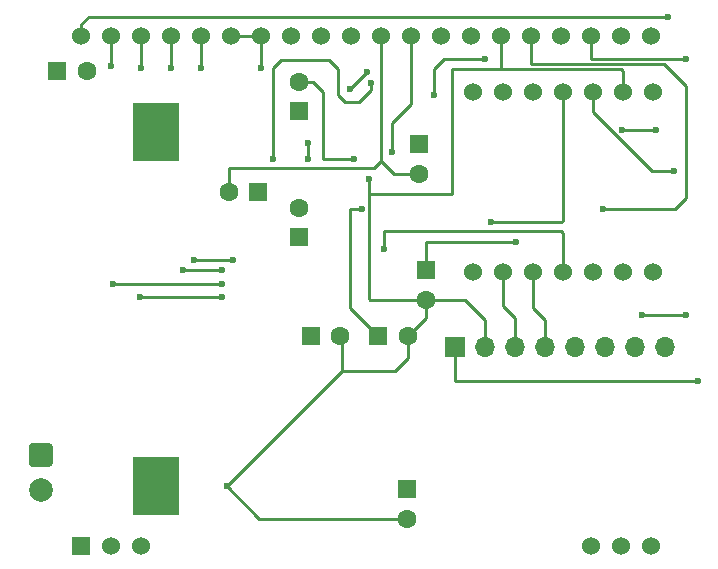
<source format=gbr>
G04 #@! TF.GenerationSoftware,KiCad,Pcbnew,(5.1.9-0-10_14)*
G04 #@! TF.CreationDate,2022-07-17T12:53:42+02:00*
G04 #@! TF.ProjectId,sandsim,73616e64-7369-46d2-9e6b-696361645f70,rev?*
G04 #@! TF.SameCoordinates,Original*
G04 #@! TF.FileFunction,Copper,L2,Bot*
G04 #@! TF.FilePolarity,Positive*
%FSLAX46Y46*%
G04 Gerber Fmt 4.6, Leading zero omitted, Abs format (unit mm)*
G04 Created by KiCad (PCBNEW (5.1.9-0-10_14)) date 2022-07-17 12:53:42*
%MOMM*%
%LPD*%
G01*
G04 APERTURE LIST*
G04 #@! TA.AperFunction,ComponentPad*
%ADD10C,2.000000*%
G04 #@! TD*
G04 #@! TA.AperFunction,ComponentPad*
%ADD11C,1.600000*%
G04 #@! TD*
G04 #@! TA.AperFunction,ComponentPad*
%ADD12R,1.600000X1.600000*%
G04 #@! TD*
G04 #@! TA.AperFunction,ComponentPad*
%ADD13C,1.524000*%
G04 #@! TD*
G04 #@! TA.AperFunction,ComponentPad*
%ADD14O,1.700000X1.700000*%
G04 #@! TD*
G04 #@! TA.AperFunction,ComponentPad*
%ADD15R,1.700000X1.700000*%
G04 #@! TD*
G04 #@! TA.AperFunction,ComponentPad*
%ADD16R,1.524000X1.524000*%
G04 #@! TD*
G04 #@! TA.AperFunction,ComponentPad*
%ADD17R,4.000000X5.000000*%
G04 #@! TD*
G04 #@! TA.AperFunction,ViaPad*
%ADD18C,0.600000*%
G04 #@! TD*
G04 #@! TA.AperFunction,Conductor*
%ADD19C,0.250000*%
G04 #@! TD*
G04 APERTURE END LIST*
D10*
G04 #@! TO.P,SW1,2*
G04 #@! TO.N,Net-(SW1-Pad2)*
X52451000Y-91957000D03*
G04 #@! TO.P,SW1,1*
G04 #@! TO.N,Net-(BT1-Pad1)*
G04 #@! TA.AperFunction,ComponentPad*
G36*
G01*
X51701000Y-88027000D02*
X53201000Y-88027000D01*
G75*
G02*
X53451000Y-88277000I0J-250000D01*
G01*
X53451000Y-89777000D01*
G75*
G02*
X53201000Y-90027000I-250000J0D01*
G01*
X51701000Y-90027000D01*
G75*
G02*
X51451000Y-89777000I0J250000D01*
G01*
X51451000Y-88277000D01*
G75*
G02*
X51701000Y-88027000I250000J0D01*
G01*
G37*
G04 #@! TD.AperFunction*
G04 #@! TD*
D11*
G04 #@! TO.P,C9,2*
G04 #@! TO.N,Net-(C9-Pad2)*
X74295000Y-68112000D03*
D12*
G04 #@! TO.P,C9,1*
G04 #@! TO.N,Net-(C9-Pad1)*
X74295000Y-70612000D03*
G04 #@! TD*
D11*
G04 #@! TO.P,C8,2*
G04 #@! TO.N,Net-(C7-Pad2)*
X68366000Y-66802000D03*
D12*
G04 #@! TO.P,C8,1*
G04 #@! TO.N,Net-(C8-Pad1)*
X70866000Y-66802000D03*
G04 #@! TD*
D11*
G04 #@! TO.P,C7,2*
G04 #@! TO.N,Net-(C7-Pad2)*
X84455000Y-65238000D03*
D12*
G04 #@! TO.P,C7,1*
G04 #@! TO.N,Net-(C7-Pad1)*
X84455000Y-62738000D03*
G04 #@! TD*
D11*
G04 #@! TO.P,C6,2*
G04 #@! TO.N,Net-(BT1-Pad2)*
X83439000Y-94448000D03*
D12*
G04 #@! TO.P,C6,1*
G04 #@! TO.N,Net-(C6-Pad1)*
X83439000Y-91948000D03*
G04 #@! TD*
D11*
G04 #@! TO.P,C5,2*
G04 #@! TO.N,Net-(BT1-Pad2)*
X56348000Y-56515000D03*
D12*
G04 #@! TO.P,C5,1*
G04 #@! TO.N,Net-(C5-Pad1)*
X53848000Y-56515000D03*
G04 #@! TD*
D11*
G04 #@! TO.P,C4,2*
G04 #@! TO.N,Net-(BT1-Pad2)*
X77811000Y-78994000D03*
D12*
G04 #@! TO.P,C4,1*
G04 #@! TO.N,Net-(C4-Pad1)*
X75311000Y-78994000D03*
G04 #@! TD*
D11*
G04 #@! TO.P,C3,2*
G04 #@! TO.N,Net-(BT1-Pad2)*
X83526000Y-78994000D03*
D12*
G04 #@! TO.P,C3,1*
G04 #@! TO.N,Net-(C3-Pad1)*
X81026000Y-78994000D03*
G04 #@! TD*
D11*
G04 #@! TO.P,C2,2*
G04 #@! TO.N,Net-(BT1-Pad2)*
X85090000Y-75906000D03*
D12*
G04 #@! TO.P,C2,1*
G04 #@! TO.N,Net-(C2-Pad1)*
X85090000Y-73406000D03*
G04 #@! TD*
D11*
G04 #@! TO.P,C1,2*
G04 #@! TO.N,Net-(BT1-Pad2)*
X74295000Y-57444000D03*
D12*
G04 #@! TO.P,C1,1*
G04 #@! TO.N,Net-(C1-Pad1)*
X74295000Y-59944000D03*
G04 #@! TD*
D13*
G04 #@! TO.P,U1,1*
G04 #@! TO.N,Net-(U1-Pad1)*
X104267000Y-73533000D03*
G04 #@! TO.P,U1,2*
G04 #@! TO.N,Net-(U1-Pad2)*
X101727000Y-73533000D03*
G04 #@! TO.P,U1,3*
G04 #@! TO.N,Net-(U1-Pad3)*
X99187000Y-73533000D03*
G04 #@! TO.P,U1,4*
G04 #@! TO.N,Net-(U1-Pad4)*
X96647000Y-73533000D03*
G04 #@! TO.P,U1,5*
G04 #@! TO.N,Net-(U1-Pad5)*
X94107000Y-73533000D03*
G04 #@! TO.P,U1,6*
G04 #@! TO.N,Net-(U1-Pad6)*
X91567000Y-73533000D03*
G04 #@! TO.P,U1,7*
G04 #@! TO.N,Net-(U1-Pad7)*
X89027000Y-73533000D03*
G04 #@! TO.P,U1,8*
G04 #@! TO.N,Net-(U1-Pad8)*
X89027000Y-58293000D03*
G04 #@! TO.P,U1,9*
G04 #@! TO.N,Net-(U1-Pad9)*
X91567000Y-58293000D03*
G04 #@! TO.P,U1,10*
G04 #@! TO.N,Net-(U1-Pad10)*
X94107000Y-58293000D03*
G04 #@! TO.P,U1,11*
G04 #@! TO.N,Net-(U1-Pad11)*
X96647000Y-58293000D03*
G04 #@! TO.P,U1,12*
G04 #@! TO.N,Net-(SW1-Pad2)*
X99187000Y-58293000D03*
G04 #@! TO.P,U1,13*
G04 #@! TO.N,Net-(BT1-Pad2)*
X101727000Y-58293000D03*
G04 #@! TO.P,U1,14*
G04 #@! TO.N,Net-(U1-Pad14)*
X104267000Y-58293000D03*
G04 #@! TD*
D14*
G04 #@! TO.P,U3,8*
G04 #@! TO.N,Net-(U3-Pad8)*
X105283000Y-79883000D03*
G04 #@! TO.P,U3,7*
G04 #@! TO.N,Net-(U3-Pad7)*
X102743000Y-79883000D03*
G04 #@! TO.P,U3,6*
G04 #@! TO.N,Net-(U3-Pad6)*
X100203000Y-79883000D03*
G04 #@! TO.P,U3,5*
G04 #@! TO.N,Net-(U3-Pad5)*
X97663000Y-79883000D03*
G04 #@! TO.P,U3,4*
G04 #@! TO.N,Net-(U1-Pad5)*
X95123000Y-79883000D03*
G04 #@! TO.P,U3,3*
G04 #@! TO.N,Net-(U1-Pad6)*
X92583000Y-79883000D03*
G04 #@! TO.P,U3,2*
G04 #@! TO.N,Net-(BT1-Pad2)*
X90043000Y-79883000D03*
D15*
G04 #@! TO.P,U3,1*
G04 #@! TO.N,Net-(SW1-Pad2)*
X87503000Y-79883000D03*
G04 #@! TD*
D13*
G04 #@! TO.P,U2,40*
G04 #@! TO.N,Net-(U1-Pad2)*
X55880000Y-53594000D03*
G04 #@! TO.P,U2,39*
G04 #@! TO.N,Net-(U1-Pad4)*
X58420000Y-53594000D03*
G04 #@! TO.P,U2,38*
G04 #@! TO.N,Net-(U1-Pad3)*
X60960000Y-53594000D03*
G04 #@! TO.P,U2,37*
G04 #@! TO.N,Net-(U1-Pad9)*
X63500000Y-53594000D03*
G04 #@! TO.P,U2,36*
G04 #@! TO.N,Net-(U1-Pad11)*
X66040000Y-53594000D03*
G04 #@! TO.P,U2,35*
G04 #@! TO.N,Net-(SW1-Pad2)*
X68580000Y-53594000D03*
G04 #@! TO.P,U2,34*
X71120000Y-53594000D03*
G04 #@! TO.P,U2,33*
G04 #@! TO.N,Net-(BT1-Pad2)*
X73660000Y-53594000D03*
G04 #@! TO.P,U2,32*
G04 #@! TO.N,Net-(C1-Pad1)*
X76200000Y-53594000D03*
G04 #@! TO.P,U2,31*
G04 #@! TO.N,Net-(C7-Pad1)*
X78740000Y-53594000D03*
G04 #@! TO.P,U2,30*
G04 #@! TO.N,Net-(C7-Pad2)*
X81280000Y-53594000D03*
G04 #@! TO.P,U2,29*
G04 #@! TO.N,Net-(C8-Pad1)*
X83820000Y-53594000D03*
G04 #@! TO.P,U2,28*
G04 #@! TO.N,Net-(C9-Pad1)*
X86360000Y-53594000D03*
G04 #@! TO.P,U2,27*
G04 #@! TO.N,Net-(C9-Pad2)*
X88900000Y-53594000D03*
G04 #@! TO.P,U2,26*
G04 #@! TO.N,Net-(BT1-Pad2)*
X91440000Y-53594000D03*
G04 #@! TO.P,U2,25*
G04 #@! TO.N,Net-(C2-Pad1)*
X93980000Y-53594000D03*
G04 #@! TO.P,U2,24*
G04 #@! TO.N,Net-(C3-Pad1)*
X96520000Y-53594000D03*
G04 #@! TO.P,U2,23*
G04 #@! TO.N,Net-(C4-Pad1)*
X99060000Y-53594000D03*
G04 #@! TO.P,U2,22*
G04 #@! TO.N,Net-(C5-Pad1)*
X101600000Y-53594000D03*
G04 #@! TO.P,U2,21*
G04 #@! TO.N,Net-(C6-Pad1)*
X104140000Y-53594000D03*
G04 #@! TO.P,U2,20*
G04 #@! TO.N,N/C*
X104140000Y-96774000D03*
G04 #@! TO.P,U2,19*
X101600000Y-96774000D03*
G04 #@! TO.P,U2,18*
X99060000Y-96774000D03*
G04 #@! TO.P,U2,3*
X60960000Y-96774000D03*
G04 #@! TO.P,U2,2*
X58420000Y-96774000D03*
D16*
G04 #@! TO.P,U2,1*
X55880000Y-96774000D03*
G04 #@! TD*
D17*
G04 #@! TO.P,BT1,1*
G04 #@! TO.N,Net-(BT1-Pad1)*
X62230000Y-61694000D03*
G04 #@! TO.P,BT1,2*
G04 #@! TO.N,Net-(BT1-Pad2)*
X62230000Y-91694000D03*
G04 #@! TD*
D18*
G04 #@! TO.N,Net-(BT1-Pad2)*
X68199000Y-91694000D03*
X80264000Y-65659000D03*
X78994000Y-64008000D03*
G04 #@! TO.N,Net-(C2-Pad1)*
X92710000Y-70993000D03*
X100076000Y-68199000D03*
G04 #@! TO.N,Net-(C3-Pad1)*
X79629000Y-68199000D03*
X85725000Y-58547000D03*
X90043000Y-55499000D03*
G04 #@! TO.N,Net-(C4-Pad1)*
X107049980Y-55487980D03*
X107061000Y-77216000D03*
X103378000Y-77216000D03*
G04 #@! TO.N,Net-(C8-Pad1)*
X82169000Y-63373000D03*
G04 #@! TO.N,Net-(C9-Pad2)*
X80391000Y-57531000D03*
X72136000Y-64008000D03*
G04 #@! TO.N,Net-(C9-Pad1)*
X75057000Y-64008000D03*
X75057000Y-62611000D03*
X80073500Y-56578500D03*
X78613000Y-58039000D03*
G04 #@! TO.N,Net-(SW1-Pad2)*
X71120000Y-56261000D03*
X106045000Y-65024000D03*
X108077000Y-82804000D03*
G04 #@! TO.N,Net-(U1-Pad2)*
X101663500Y-61531500D03*
X104584500Y-61531500D03*
X105537000Y-51943000D03*
G04 #@! TO.N,Net-(U1-Pad3)*
X60960000Y-56261000D03*
X67818000Y-75692000D03*
X60833000Y-75692000D03*
G04 #@! TO.N,Net-(U1-Pad4)*
X58420000Y-56134000D03*
X81534000Y-71628000D03*
X67818000Y-74549000D03*
X58547000Y-74549000D03*
G04 #@! TO.N,Net-(U1-Pad9)*
X63500000Y-56261000D03*
X64516000Y-73406000D03*
X67818000Y-73406000D03*
G04 #@! TO.N,Net-(U1-Pad11)*
X66040000Y-56261000D03*
X65405000Y-72517000D03*
X68707000Y-72517000D03*
X90551000Y-69342000D03*
G04 #@! TD*
D19*
G04 #@! TO.N,Net-(BT1-Pad2)*
X68199000Y-91694000D02*
X77978000Y-81915000D01*
X77978000Y-79161000D02*
X77811000Y-78994000D01*
X77978000Y-81915000D02*
X77978000Y-79161000D01*
X70953000Y-94448000D02*
X68199000Y-91694000D01*
X83439000Y-94448000D02*
X70953000Y-94448000D01*
X77978000Y-81915000D02*
X82423000Y-81915000D01*
X83526000Y-80812000D02*
X83526000Y-78994000D01*
X82423000Y-81915000D02*
X83526000Y-80812000D01*
X83526000Y-78994000D02*
X85090000Y-77430000D01*
X85090000Y-77430000D02*
X85090000Y-75906000D01*
X90043000Y-79883000D02*
X90043000Y-77597000D01*
X88352000Y-75906000D02*
X85090000Y-75906000D01*
X90043000Y-77597000D02*
X88352000Y-75906000D01*
X85090000Y-75906000D02*
X80304000Y-75906000D01*
X80304000Y-75906000D02*
X80264000Y-75866000D01*
X80264000Y-65659000D02*
X80264000Y-65659000D01*
X74295000Y-57444000D02*
X75478000Y-57444000D01*
X75478000Y-57444000D02*
X76327000Y-58293000D01*
X76327000Y-58293000D02*
X76327000Y-64008000D01*
X76327000Y-64008000D02*
X78994000Y-64008000D01*
X91440000Y-53594000D02*
X91440000Y-56388000D01*
X91440000Y-56388000D02*
X101600000Y-56388000D01*
X101727000Y-56515000D02*
X101727000Y-58293000D01*
X101600000Y-56388000D02*
X101727000Y-56515000D01*
X91440000Y-56388000D02*
X87249000Y-56388000D01*
X87249000Y-56388000D02*
X87249000Y-66929000D01*
X87249000Y-66929000D02*
X80264000Y-66929000D01*
X80264000Y-66929000D02*
X80264000Y-65659000D01*
X80264000Y-75866000D02*
X80264000Y-66929000D01*
G04 #@! TO.N,Net-(C2-Pad1)*
X85090000Y-73406000D02*
X85090000Y-70993000D01*
X85090000Y-70993000D02*
X92710000Y-70993000D01*
X92710000Y-70993000D02*
X92710000Y-70993000D01*
X107061000Y-67310000D02*
X106172000Y-68199000D01*
X107061000Y-57785000D02*
X107061000Y-67310000D01*
X105213990Y-55937990D02*
X107061000Y-57785000D01*
X93980000Y-55937990D02*
X105213990Y-55937990D01*
X106172000Y-68199000D02*
X100076000Y-68199000D01*
X93980000Y-53594000D02*
X93980000Y-55937990D01*
G04 #@! TO.N,Net-(C3-Pad1)*
X81026000Y-78994000D02*
X78613000Y-76581000D01*
X78613000Y-76581000D02*
X78613000Y-68199000D01*
X78613000Y-68199000D02*
X79629000Y-68199000D01*
X79629000Y-68199000D02*
X79629000Y-68199000D01*
X85725000Y-58547000D02*
X85725000Y-56388000D01*
X85725000Y-56388000D02*
X86614000Y-55499000D01*
X86614000Y-55499000D02*
X90043000Y-55499000D01*
X90043000Y-55499000D02*
X90170000Y-55499000D01*
G04 #@! TO.N,Net-(C4-Pad1)*
X99060000Y-53594000D02*
X99060000Y-55487980D01*
X99060000Y-55487980D02*
X105156000Y-55487980D01*
X105156000Y-55487980D02*
X106922980Y-55487980D01*
X106922980Y-55487980D02*
X107049980Y-55487980D01*
X107049980Y-55487980D02*
X107049980Y-55487980D01*
X107061000Y-77216000D02*
X103378000Y-77216000D01*
X103378000Y-77216000D02*
X103378000Y-77216000D01*
G04 #@! TO.N,Net-(C7-Pad2)*
X81280000Y-53594000D02*
X81280000Y-64135000D01*
X82383000Y-65238000D02*
X84455000Y-65238000D01*
X81280000Y-64135000D02*
X82383000Y-65238000D01*
X68366000Y-66802000D02*
X68366000Y-64810000D01*
X68366000Y-64810000D02*
X68406000Y-64770000D01*
X80645000Y-64770000D02*
X81280000Y-64135000D01*
X68406000Y-64770000D02*
X80645000Y-64770000D01*
G04 #@! TO.N,Net-(C8-Pad1)*
X83820000Y-53594000D02*
X83820000Y-59309000D01*
X83820000Y-59309000D02*
X82169000Y-60960000D01*
X82169000Y-60960000D02*
X82169000Y-63373000D01*
X82169000Y-63373000D02*
X82169000Y-63373000D01*
G04 #@! TO.N,Net-(C9-Pad2)*
X80391000Y-57531000D02*
X80391000Y-58039000D01*
X72136000Y-64008000D02*
X72136000Y-56261000D01*
X72136000Y-56261000D02*
X72771000Y-55626000D01*
X72771000Y-55626000D02*
X76835000Y-55626000D01*
X76835000Y-55626000D02*
X77597000Y-56388000D01*
X77597000Y-56388000D02*
X77597000Y-58547000D01*
X77597000Y-58547000D02*
X78232000Y-59182000D01*
X78232000Y-59182000D02*
X79375000Y-59182000D01*
X79375000Y-59182000D02*
X80391000Y-58166000D01*
X80391000Y-58166000D02*
X80391000Y-57531000D01*
G04 #@! TO.N,Net-(C9-Pad1)*
X75057000Y-64008000D02*
X75057000Y-62611000D01*
X75057000Y-62611000D02*
X75057000Y-62611000D01*
X80073500Y-56578500D02*
X78613000Y-58039000D01*
X78613000Y-58039000D02*
X78613000Y-58039000D01*
G04 #@! TO.N,Net-(SW1-Pad2)*
X71120000Y-53594000D02*
X68580000Y-53594000D01*
X71120000Y-53594000D02*
X71120000Y-56261000D01*
X71120000Y-56261000D02*
X71120000Y-56261000D01*
X99187000Y-59980002D02*
X104230998Y-65024000D01*
X99187000Y-58293000D02*
X99187000Y-59980002D01*
X104230998Y-65024000D02*
X105410000Y-65024000D01*
X105410000Y-65024000D02*
X106045000Y-65024000D01*
X106045000Y-65024000D02*
X106045000Y-65024000D01*
X108077000Y-82804000D02*
X87503000Y-82804000D01*
X87503000Y-82804000D02*
X87503000Y-79883000D01*
G04 #@! TO.N,Net-(U1-Pad2)*
X55880000Y-52578000D02*
X55880000Y-53594000D01*
X56515000Y-51943000D02*
X55880000Y-52578000D01*
X105537000Y-51943000D02*
X105537000Y-51943000D01*
X101663500Y-61531500D02*
X104584500Y-61531500D01*
X104584500Y-61531500D02*
X104584500Y-61531500D01*
X105537000Y-51943000D02*
X56515000Y-51943000D01*
G04 #@! TO.N,Net-(U1-Pad3)*
X60960000Y-53594000D02*
X60960000Y-56261000D01*
X60960000Y-56261000D02*
X60960000Y-56261000D01*
X67818000Y-75692000D02*
X60833000Y-75692000D01*
X60833000Y-75692000D02*
X60833000Y-75692000D01*
G04 #@! TO.N,Net-(U1-Pad4)*
X58420000Y-53594000D02*
X58420000Y-56134000D01*
X58420000Y-56134000D02*
X58420000Y-56134000D01*
X96647000Y-73533000D02*
X96647000Y-71628000D01*
X81534000Y-71628000D02*
X81534000Y-71628000D01*
X67818000Y-74549000D02*
X58547000Y-74549000D01*
X58547000Y-74549000D02*
X58547000Y-74549000D01*
X81534000Y-71628000D02*
X81534000Y-70104000D01*
X81534000Y-70104000D02*
X96520000Y-70104000D01*
X96647000Y-70231000D02*
X96647000Y-71628000D01*
X96520000Y-70104000D02*
X96647000Y-70231000D01*
G04 #@! TO.N,Net-(U1-Pad5)*
X95123000Y-79883000D02*
X95123000Y-77597000D01*
X94107000Y-76581000D02*
X94107000Y-73533000D01*
X95123000Y-77597000D02*
X94107000Y-76581000D01*
G04 #@! TO.N,Net-(U1-Pad6)*
X92583000Y-79883000D02*
X92583000Y-77470000D01*
X91567000Y-76454000D02*
X91567000Y-73533000D01*
X92583000Y-77470000D02*
X91567000Y-76454000D01*
G04 #@! TO.N,Net-(U1-Pad9)*
X63500000Y-53594000D02*
X63500000Y-56261000D01*
X63500000Y-56261000D02*
X63500000Y-56261000D01*
X64516000Y-73406000D02*
X67818000Y-73406000D01*
X67818000Y-73406000D02*
X67818000Y-73406000D01*
G04 #@! TO.N,Net-(U1-Pad11)*
X66040000Y-53594000D02*
X66040000Y-56261000D01*
X66040000Y-56261000D02*
X66040000Y-56261000D01*
X65405000Y-72517000D02*
X68707000Y-72517000D01*
X68707000Y-72517000D02*
X68707000Y-72517000D01*
X90551000Y-69342000D02*
X96520000Y-69342000D01*
X96647000Y-69215000D02*
X96647000Y-58293000D01*
X96520000Y-69342000D02*
X96647000Y-69215000D01*
G04 #@! TD*
M02*

</source>
